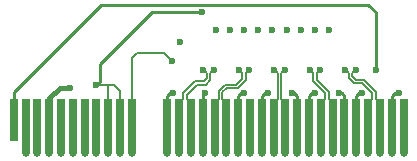
<source format=gbr>
%TF.GenerationSoftware,KiCad,Pcbnew,4.0.7*%
%TF.CreationDate,2018-05-24T10:46:57+03:00*%
%TF.ProjectId,x4,78342E6B696361645F70636200000000,rev?*%
%TF.FileFunction,Copper,L4,Bot,Signal*%
%FSLAX46Y46*%
G04 Gerber Fmt 4.6, Leading zero omitted, Abs format (unit mm)*
G04 Created by KiCad (PCBNEW 4.0.7) date 05/24/18 10:46:57*
%MOMM*%
%LPD*%
G01*
G04 APERTURE LIST*
%ADD10C,0.100000*%
%ADD11R,0.650000X3.600000*%
%ADD12R,0.650000X4.600000*%
%ADD13O,0.650000X0.650000*%
%ADD14C,0.600000*%
%ADD15C,0.250000*%
%ADD16C,0.152000*%
%ADD17C,0.200000*%
%ADD18C,0.400000*%
G04 APERTURE END LIST*
D10*
D11*
X135330000Y-123970000D03*
D12*
X136330000Y-124470000D03*
X137330000Y-124470000D03*
X138330000Y-124470000D03*
X139330000Y-124470000D03*
X140330000Y-124470000D03*
X141330000Y-124470000D03*
X142330000Y-124470000D03*
X143330000Y-124470000D03*
X144330000Y-124470000D03*
X145330000Y-124470000D03*
X150330000Y-124470000D03*
X151330000Y-124470000D03*
X152330000Y-124470000D03*
X153330000Y-124470000D03*
X154330000Y-124470000D03*
X148330000Y-124470000D03*
X149330000Y-124470000D03*
D13*
X138330000Y-126770000D03*
X139330000Y-126770000D03*
X140330000Y-126770000D03*
X141330000Y-126770000D03*
X142330000Y-126770000D03*
X143330000Y-126770000D03*
X144330000Y-126770000D03*
X150330000Y-126770000D03*
X151330000Y-126770000D03*
X137330000Y-126770000D03*
X149330000Y-126770000D03*
X152330000Y-126770000D03*
X145330000Y-126770000D03*
X148330000Y-126770000D03*
X153330000Y-126770000D03*
X154330000Y-126770000D03*
X136330000Y-126770000D03*
D12*
X155330000Y-124470000D03*
X156330000Y-124470000D03*
X157330000Y-124470000D03*
X158330000Y-124470000D03*
X159330000Y-124470000D03*
X160330000Y-124470000D03*
X161330000Y-124470000D03*
X162330000Y-124470000D03*
X163330000Y-124470000D03*
X164330000Y-124470000D03*
X165330000Y-124470000D03*
X166330000Y-124470000D03*
X167330000Y-124470000D03*
X168330000Y-124470000D03*
D13*
X155330000Y-126770000D03*
X156330000Y-126770000D03*
X157330000Y-126770000D03*
X158330000Y-126770000D03*
X159330000Y-126770000D03*
X160330000Y-126770000D03*
X161330000Y-126770000D03*
X162330000Y-126770000D03*
X163330000Y-126770000D03*
X164330000Y-126770000D03*
X165330000Y-126770000D03*
X166330000Y-126770000D03*
X167330000Y-126770000D03*
X168330000Y-126770000D03*
D14*
X152280000Y-119680000D03*
X151380000Y-119680000D03*
X155280000Y-119680000D03*
X154380000Y-119680000D03*
X158280000Y-119680000D03*
X157380000Y-119680000D03*
X161280000Y-119680000D03*
X160380000Y-119680000D03*
X164280000Y-119680000D03*
X163380000Y-119680000D03*
X165970000Y-119680000D03*
X148710000Y-118970000D03*
X151240000Y-114830000D03*
X142330000Y-121000000D03*
X149440000Y-117320000D03*
X152430000Y-116370000D03*
X162030000Y-116370000D03*
X160830000Y-116370000D03*
X159630000Y-116370000D03*
X158430000Y-116370000D03*
X157230000Y-116370000D03*
X156030000Y-116370000D03*
X154830000Y-116370000D03*
X153630000Y-116370000D03*
X140070000Y-121240000D03*
X167955000Y-121672506D03*
X148850000Y-121670000D03*
X151558000Y-121669998D03*
X154850000Y-121670000D03*
X156850000Y-121670000D03*
X158860000Y-121670000D03*
X160850000Y-121670000D03*
X162860000Y-121670000D03*
X164845226Y-121664774D03*
D15*
X165335001Y-114204999D02*
X165970000Y-114839998D01*
X165970000Y-114839998D02*
X165970000Y-119680000D01*
X135330000Y-121600000D02*
X142725001Y-114204999D01*
X142725001Y-114204999D02*
X165335001Y-114204999D01*
X135330000Y-122035685D02*
X135330000Y-121600000D01*
X135330000Y-122035685D02*
X135330000Y-123970000D01*
D16*
X149982000Y-121792960D02*
X150822960Y-120952000D01*
X150822960Y-120952000D02*
X151582960Y-120952000D01*
X149982000Y-122147000D02*
X149982000Y-121792960D01*
X149982000Y-122147000D02*
X150330000Y-122495000D01*
X150330000Y-122495000D02*
X150330000Y-124470000D01*
X151981999Y-120552961D02*
X151582960Y-120952000D01*
X152280000Y-119680000D02*
X151981999Y-119978001D01*
X151981999Y-119978001D02*
X151981999Y-120552961D01*
X149678000Y-121667040D02*
X150697040Y-120648000D01*
X150697040Y-120648000D02*
X151457040Y-120648000D01*
X149678000Y-122147000D02*
X149678000Y-121667040D01*
X151678001Y-120427039D02*
X151457040Y-120648000D01*
X151380000Y-119680000D02*
X151678001Y-119978001D01*
X151678001Y-119978001D02*
X151678001Y-120427039D01*
X149678000Y-122147000D02*
X149330000Y-122495000D01*
X149330000Y-122495000D02*
X149330000Y-124470000D01*
X153342960Y-121252000D02*
X154292960Y-121252000D01*
X154292960Y-121252000D02*
X154981999Y-120562961D01*
X152982000Y-121612960D02*
X153342960Y-121252000D01*
X152982000Y-122147000D02*
X152982000Y-121612960D01*
X152982000Y-122147000D02*
X153330000Y-122495000D01*
X153330000Y-122495000D02*
X153330000Y-124470000D01*
X155280000Y-119680000D02*
X154981999Y-119978001D01*
X154981999Y-119978001D02*
X154981999Y-120562961D01*
X154380000Y-119680000D02*
X154678001Y-119978001D01*
X153217040Y-120948000D02*
X154167040Y-120948000D01*
X154167040Y-120948000D02*
X154678001Y-120437039D01*
X152678000Y-121487040D02*
X153217040Y-120948000D01*
X152678000Y-122147000D02*
X152678000Y-121487040D01*
X152678000Y-122147000D02*
X152330000Y-122495000D01*
X152330000Y-122495000D02*
X152330000Y-124470000D01*
X154678001Y-119978001D02*
X154678001Y-120437039D01*
X158330000Y-124470000D02*
X158330000Y-122495000D01*
X158330000Y-122495000D02*
X157982000Y-122147000D01*
X157982000Y-122147000D02*
X157981999Y-119978001D01*
X157981999Y-119978001D02*
X158280000Y-119680000D01*
X157678000Y-122147000D02*
X157678001Y-119978001D01*
X157678001Y-119978001D02*
X157380000Y-119680000D01*
X157330000Y-124470000D02*
X157330000Y-122495000D01*
X157330000Y-122495000D02*
X157678000Y-122147000D01*
D17*
X145750000Y-118280000D02*
X148020000Y-118280000D01*
X148020000Y-118280000D02*
X148710000Y-118970000D01*
X145330000Y-118700000D02*
X145750000Y-118280000D01*
X145330000Y-124470000D02*
X145330000Y-118700000D01*
D16*
X161330000Y-124470000D02*
X161330000Y-122495000D01*
X161330000Y-122495000D02*
X161678000Y-122147000D01*
X161678000Y-122147000D02*
X161678000Y-121672960D01*
X160678001Y-119978001D02*
X160380000Y-119680000D01*
X161678000Y-121672960D02*
X160678001Y-120672961D01*
X160678001Y-120672961D02*
X160678001Y-119978001D01*
X160981999Y-119978001D02*
X161280000Y-119680000D01*
X162330000Y-124470000D02*
X162330000Y-122495000D01*
X162330000Y-122495000D02*
X161982000Y-122147000D01*
X161982000Y-122147000D02*
X161982000Y-121547040D01*
X161982000Y-121547040D02*
X160981999Y-120547039D01*
X160981999Y-120547039D02*
X160981999Y-119978001D01*
X165678000Y-122147000D02*
X165330000Y-122495000D01*
X165330000Y-122495000D02*
X165330000Y-124470000D01*
X163678001Y-119978001D02*
X163678001Y-120375189D01*
X163678001Y-120375189D02*
X164144812Y-120842000D01*
X163380000Y-119680000D02*
X163678001Y-119978001D01*
X164144812Y-120842000D02*
X164837040Y-120842000D01*
X164837040Y-120842000D02*
X165678000Y-121682960D01*
X165678000Y-121682960D02*
X165678000Y-122147000D01*
X163981999Y-119978001D02*
X163981999Y-120249267D01*
X164270732Y-120538000D02*
X164962960Y-120538000D01*
X165982000Y-122147000D02*
X166330000Y-122495000D01*
X164962960Y-120538000D02*
X165982000Y-121557040D01*
X164280000Y-119680000D02*
X163981999Y-119978001D01*
X163981999Y-120249267D02*
X164270732Y-120538000D01*
X165982000Y-121557040D02*
X165982000Y-122147000D01*
X166330000Y-122495000D02*
X166330000Y-124470000D01*
D15*
X142330000Y-121000000D02*
X142629999Y-120700001D01*
X142629999Y-120700001D02*
X142629999Y-119230001D01*
X142629999Y-119230001D02*
X147030000Y-114830000D01*
X147030000Y-114830000D02*
X151240000Y-114830000D01*
D17*
X143830000Y-121000000D02*
X143380000Y-121000000D01*
X143380000Y-121000000D02*
X142330000Y-121000000D01*
X143330000Y-124470000D02*
X143330000Y-121050000D01*
X143330000Y-121050000D02*
X143380000Y-121000000D01*
X144330000Y-124470000D02*
X144330000Y-121500000D01*
X144330000Y-121500000D02*
X143830000Y-121000000D01*
X142360000Y-121000000D02*
X142330000Y-121000000D01*
D18*
X139214998Y-121240000D02*
X140070000Y-121240000D01*
X138330000Y-124470000D02*
X138330000Y-122124998D01*
X138330000Y-122124998D02*
X139214998Y-121240000D01*
D15*
X167330000Y-121920000D02*
X167330000Y-124470000D01*
X159080000Y-121670000D02*
X158860000Y-121670000D01*
X167577494Y-121672506D02*
X167955000Y-121672506D01*
X148330000Y-121920000D02*
X148580000Y-121670000D01*
X148580000Y-121670000D02*
X148850000Y-121670000D01*
X151330000Y-121920000D02*
X151558000Y-121692000D01*
X151558000Y-121692000D02*
X151558000Y-121669998D01*
X154330000Y-121920000D02*
X154580000Y-121670000D01*
X154580000Y-121670000D02*
X154850000Y-121670000D01*
X156330000Y-121920000D02*
X156580000Y-121670000D01*
X156580000Y-121670000D02*
X156850000Y-121670000D01*
X159330000Y-121920000D02*
X159080000Y-121670000D01*
X160330000Y-121920000D02*
X160580000Y-121670000D01*
X160580000Y-121670000D02*
X160850000Y-121670000D01*
X163330000Y-121920000D02*
X163080000Y-121670000D01*
X163080000Y-121670000D02*
X162860000Y-121670000D01*
X164330000Y-121920000D02*
X164585226Y-121664774D01*
X164585226Y-121664774D02*
X164845226Y-121664774D01*
X167330000Y-121920000D02*
X167577494Y-121672506D01*
X148330000Y-124470000D02*
X148330000Y-121920000D01*
X151330000Y-124470000D02*
X151330000Y-121920000D01*
X154330000Y-124470000D02*
X154330000Y-121920000D01*
X156330000Y-124470000D02*
X156330000Y-121920000D01*
X159330000Y-124470000D02*
X159330000Y-121920000D01*
X160330000Y-124470000D02*
X160330000Y-121920000D01*
X163330000Y-124470000D02*
X163330000Y-121920000D01*
X164330000Y-124470000D02*
X164330000Y-121920000D01*
M02*

</source>
